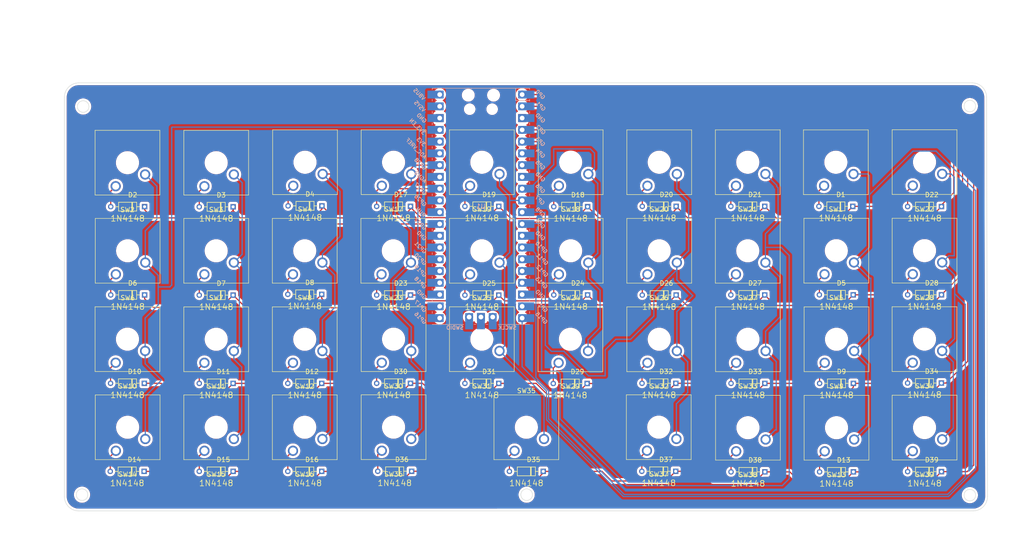
<source format=kicad_pcb>
(kicad_pcb (version 20211014) (generator pcbnew)
  (layers (0 "F.Cu" signal) (31 "B.Cu" signal) (34 "B.Paste" user) (35 "F.Paste" user) (36 "B.SilkS" user "B.Silkscreen") (37 "F.SilkS" user "F.Silkscreen") (38 "B.Mask" user) (39 "F.Mask" user) (44 "Edge.Cuts" user))
  (net 0 "")
  (net 1 "Net-(D1-Pad2)")
  (net 2 "Net-(D2-Pad2)")
  (net 3 "Net-(D3-Pad2)")
  (net 4 "Net-(D4-Pad2)")
  (net 5 "Net-(D5-Pad2)")
  (net 6 "Net-(D6-Pad2)")
  (net 7 "Net-(D7-Pad2)")
  (net 8 "Net-(D8-Pad2)")
  (net 9 "Net-(D9-Pad2)")
  (net 10 "Net-(D10-Pad2)")
  (net 11 "Net-(D11-Pad2)")
  (net 12 "Net-(D12-Pad2)")
  (net 13 "Net-(D13-Pad2)")
  (net 14 "Net-(D14-Pad2)")
  (net 15 "Net-(D15-Pad2)")
  (net 16 "Net-(D16-Pad2)")
  (net 17 "Net-(D17-Pad2)")
  (net 18 "Net-(D18-Pad2)")
  (net 19 "Net-(D19-Pad2)")
  (net 20 "Net-(D20-Pad2)")
  (net 46 "Net-(D21-Pad2)")
  (net 47 "Net-(D22-Pad2)")
  (net 48 "Net-(D23-Pad2)")
  (net 49 "Net-(D24-Pad2)")
  (net 50 "Net-(D25-Pad2)")
  (net 51 "Net-(D26-Pad2)")
  (net 52 "Net-(D27-Pad2)")
  (net 53 "Net-(D28-Pad2)")
  (net 54 "Net-(D29-Pad2)")
  (net 55 "Net-(D30-Pad2)")
  (net 56 "Net-(D31-Pad2)")
  (net 57 "Net-(D32-Pad2)")
  (net 58 "Net-(D33-Pad2)")
  (net 59 "Net-(D34-Pad2)")
  (net 60 "Net-(D35-Pad2)")
  (net 61 "Net-(D36-Pad2)")
  (net 62 "Net-(D37-Pad2)")
  (net 63 "Net-(D38-Pad2)")
  (net 64 "Net-(D39-Pad2)")
  (net 68 "Row0")
  (net 69 "Row1")
  (net 70 "Row2")
  (net 71 "Row4")
  (net 72 "Col5")
  (net 73 "Col6")
  (net 74 "Col7")
  (net 75 "Col8")
  (net 76 "Col9")
  (net 77 "Col4")
  (net 78 "Col3")
  (net 79 "Col2")
  (net 80 "Col1")
  (net 81 "Col0")
  (footprint "switchy:SW_Cherry_MX_1.00u_PCB" (layer "F.Cu") (at 101.475 130.865)
    (fp_text reference "SW15")
    (fp_text value "SW_Push")
  )
  (footprint "eec:Diotec_Semiconductor-1N4148-0" (layer "F.Cu") (at 232.695 107.35)
    (fp_text reference "D5")
    (fp_text value "1N4148")
  )
  (footprint "eec:Diotec_Semiconductor-1N4148-0" (layer "F.Cu") (at 194.395 145.45)
    (fp_text reference "D37")
    (fp_text value "1N4148")
  )
  (footprint "switchy:SW_Cherry_MX_1.00u_PCB" (layer "F.Cu") (at 158.775 111.845)
    (fp_text reference "SW31")
    (fp_text value "SW_Push")
  )
  (footprint "eec:Diotec_Semiconductor-1N4148-0" (layer "F.Cu") (at 98.935 107.42)
    (fp_text reference "D7")
    (fp_text value "1N4148")
  )
  (footprint "switchy:SW_Cherry_MX_1.00u_PCB" (layer "F.Cu") (at 235.275 130.965)
    (fp_text reference "SW13")
    (fp_text value "SW_Push")
  )
  (footprint "eec:Diotec_Semiconductor-1N4148-0" (layer "F.Cu") (at 251.726241 107.34)
    (fp_text reference "D28")
    (fp_text value "1N4148")
  )
  (footprint "switchy:SW_Cherry_MX_1.00u_PCB" (layer "F.Cu") (at 197.035 111.865)
    (fp_text reference "SW32")
    (fp_text value "SW_Push")
  )
  (footprint "eec:Diotec_Semiconductor-1N4148-0" (layer "F.Cu") (at 175.395 88.32)
    (fp_text reference "D18")
    (fp_text value "1N4148")
  )
  (footprint "switchy:SW_Cherry_MX_1.00u_PCB" (layer "F.Cu") (at 254.266241 130.935)
    (fp_text reference "SW39")
    (fp_text value "SW_Push")
  )
  (footprint "switchy:SW_Cherry_MX_1.00u_PCB" (layer "F.Cu") (at 197.035 73.645)
    (fp_text reference "SW20")
    (fp_text value "SW_Push")
  )
  (footprint "eec:Diotec_Semiconductor-1N4148-0" (layer "F.Cu") (at 232.735 145.57)
    (fp_text reference "D13")
    (fp_text value "1N4148")
  )
  (footprint "switchy:SW_Cherry_MX_1.00u_PCB" (layer "F.Cu") (at 139.735 73.645)
    (fp_text reference "SW17")
    (fp_text value "SW_Push")
  )
  (footprint "eec:Diotec_Semiconductor-1N4148-0" (layer "F.Cu") (at 98.935 145.47)
    (fp_text reference "D15")
    (fp_text value "1N4148")
  )
  (footprint "eec:Diotec_Semiconductor-1N4148-0" (layer "F.Cu") (at 165.835 145.47)
    (fp_text reference "D35")
    (fp_text value "1N4148")
  )
  (footprint "eec:Diotec_Semiconductor-1N4148-0" (layer "F.Cu") (at 175.295 126.5)
    (fp_text reference "D29")
    (fp_text value "1N4148")
  )
  (footprint "switchy:SW_Cherry_MX_1.00u_PCB" (layer "F.Cu") (at 235.235 92.745)
    (fp_text reference "SW5")
    (fp_text value "SW_Push")
  )
  (footprint "switchy:SW_Cherry_MX_1.00u_PCB" (layer "F.Cu") (at 177.875 111.865)
    (fp_text reference "SW29")
    (fp_text value "SW_Push")
  )
  (footprint "switchy:SW_Cherry_MX_1.00u_PCB" (layer "F.Cu") (at 101.475 92.765)
    (fp_text reference "SW7")
    (fp_text value "SW_Push")
  )
  (footprint "eec:Diotec_Semiconductor-1N4148-0" (layer "F.Cu") (at 194.435 126.45)
    (fp_text reference "D32")
    (fp_text value "1N4148")
  )
  (footprint "eec:Diotec_Semiconductor-1N4148-0" (layer "F.Cu") (at 156.235 126.47)
    (fp_text reference "D31")
    (fp_text value "1N4148")
  )
  (footprint "switchy:SW_Cherry_MX_1.00u_PCB" (layer "F.Cu") (at 216.135 73.645)
    (fp_text reference "SW21")
    (fp_text value "SW_Push")
  )
  (footprint "switchy:SW_Cherry_MX_1.00u_PCB" (layer "F.Cu") (at 177.935 92.765)
    (fp_text reference "SW24")
    (fp_text value "SW_Push")
  )
  (footprint "eec:Diotec_Semiconductor-1N4148-0" (layer "F.Cu") (at 98.935 88.35)
    (fp_text reference "D3")
    (fp_text value "1N4148")
  )
  (footprint "eec:Diotec_Semiconductor-1N4148-0" (layer "F.Cu") (at 98.935 126.47)
    (fp_text reference "D11")
    (fp_text value "1N4148")
  )
  (footprint "switchy:SW_Cherry_MX_1.00u_PCB" (layer "F.Cu") (at 82.375 130.865)
    (fp_text reference "SW14")
    (fp_text value "SW_Push")
  )
  (footprint "switchy:SW_Cherry_MX_1.00u_PCB" (layer "F.Cu") (at 120.575 130.865)
    (fp_text reference "SW16")
    (fp_text value "SW_Push")
  )
  (footprint "switchy:SW_Cherry_MX_1.00u_PCB" (layer "F.Cu") (at 216.175 130.965)
    (fp_text reference "SW38")
    (fp_text value "SW_Push")
  )
  (footprint "eec:Diotec_Semiconductor-1N4148-0" (layer "F.Cu") (at 213.635 126.47)
    (fp_text reference "D33")
    (fp_text value "1N4148")
  )
  (footprint "switchy:SW_Cherry_MX_2.00u_Plate" (layer "F.Cu") (at 168.375 130.865)
    (fp_text reference "SW35")
    (fp_text value "SW_Push")
  )
  (footprint "switchy:SW_Cherry_MX_1.00u_PCB" (layer "F.Cu") (at 120.635 73.645)
    (fp_text reference "SW4")
    (fp_text value "SW_Push")
  )
  (footprint "switchy:SW_Cherry_MX_1.00u_PCB" (layer "F.Cu") (at 139.735 130.845)
    (fp_text reference "SW36")
    (fp_text value "SW_Push")
  )
  (footprint "switchy:SW_Cherry_MX_1.00u_PCB" (layer "F.Cu") (at 158.775 92.765)
    (fp_text reference "SW25")
    (fp_text value "SW_Push")
  )
  (footprint "switchy:SW_Cherry_MX_1.00u_PCB" (layer "F.Cu") (at 235.135 73.645)
    (fp_text reference "SW1")
    (fp_text value "SW_Push")
  )
  (footprint "eec:Diotec_Semiconductor-1N4148-0" (layer "F.Cu") (at 79.735 145.47)
    (fp_text reference "D14")
    (fp_text value "1N4148")
  )
  (footprint "switchy:SW_Cherry_MX_1.00u_PCB" (layer "F.Cu") (at 120.575 111.865)
    (fp_text reference "SW12")
    (fp_text value "SW_Push")
  )
  (footprint "eec:Diotec_Semiconductor-1N4148-0" (layer "F.Cu") (at 79.835 88.32)
    (fp_text reference "D2")
    (fp_text value "1N4148")
  )
  (footprint "switchy:SW_Cherry_MX_1.00u_PCB" (layer "F.Cu") (at 235.275 111.865)
    (fp_text reference "SW9")
    (fp_text value "SW_Push")
  )
  (footprint "eec:Diotec_Semiconductor-1N4148-0" (layer "F.Cu") (at 156.235 107.42)
    (fp_text reference "D25")
    (fp_text value "1N4148")
  )
  (footprint "switchy:SW_Cherry_MX_1.00u_PCB" (layer "F.Cu") (at 101.475 73.745)
    (fp_text reference "SW3")
    (fp_text value "SW_Push")
  )
  (footprint "eec:Diotec_Semiconductor-1N4148-0" (layer "F.Cu") (at 156.235 88.25)
    (fp_text reference "D19")
    (fp_text value "1N4148")
  )
  (footprint "eec:Diotec_Semiconductor-1N4148-0" (layer "F.Cu") (at 118.035 126.47)
    (fp_text reference "D12")
    (fp_text value "1N4148")
  )
  (footprint "eec:Diotec_Semiconductor-1N4148-0" (layer "F.Cu") (at 137.435 145.445)
    (fp_text reference "D36")
    (fp_text value "1N4148")
  )
  (footprint "eec:Diotec_Semiconductor-1N4148-0" (layer "F.Cu") (at 118.035 145.47)
    (fp_text reference "D16")
    (fp_text value "1N4148")
  )
  (footprint "switchy:SW_Cherry_MX_1.00u_PCB" (layer "F.Cu") (at 196.935 130.845)
    (fp_text reference "SW37")
    (fp_text value "SW_Push")
  )
  (footprint "eec:Diotec_Semiconductor-1N4148-0" (layer "F.Cu") (at 232.595 88.25)
    (fp_text reference "D1")
    (fp_text value "1N4148")
  )
  (footprint "eec:Diotec_Semiconductor-1N4148-0" (layer "F.Cu") (at 137.195 126.45)
    (fp_text reference "D30")
    (fp_text value "1N4148")
  )
  (footprint "switchy:SW_Cherry_MX_1.00u_PCB" (layer "F.Cu") (at 82.335 73.745)
    (fp_text reference "SW2")
    (fp_text value "SW_Push")
  )
  (footprint "eec:Diotec_Semiconductor-1N4148-0" (layer "F.Cu") (at 232.735 126.47)
    (fp_text reference "D9")
    (fp_text value "1N4148")
  )
  (footprint "eec:Diotec_Semiconductor-1N4148-0" (layer "F.Cu") (at 213.595 88.25)
    (fp_text reference "D21")
    (fp_text value "1N4148")
  )
  (footprint "eec:Diotec_Semiconductor-1N4148-0" (layer "F.Cu") (at 194.495 107.4)
    (fp_text reference "D26")
    (fp_text value "1N4148")
  )
  (footprint "eec:Diotec_Semiconductor-1N4148-0" (layer "F.Cu") (at 118.095 88.145)
    (fp_text reference "D4")
    (fp_text value "1N4148")
  )
  (footprint "switchy:SW_Cherry_MX_1.00u_PCB" (layer "F.Cu") (at 254.256241 111.835)
    (fp_text reference "SW34")
    (fp_text value "SW_Push")
  )
  (footprint "eec:Diotec_Semiconductor-1N4148-0" (layer "F.Cu") (at 194.495 88.25)
    (fp_text reference "D20")
    (fp_text value "1N4148")
  )
  (footprint "switchy:SW_Cherry_MX_1.00u_PCB" (layer "F.Cu") (at 120.575 92.765)
    (fp_text reference "SW8")
    (fp_text value "SW_Push")
  )
  (footprint "switchy:SW_Cherry_MX_1.00u_PCB" (layer "F.Cu") (at 254.266241 73.615)
    (fp_text reference "SW22")
    (fp_text value "SW_Push")
  )
  (footprint "eec:Diotec_Semiconductor-1N4148-0" (layer "F.Cu") (at 213.635 145.57)
    (fp_text reference "D38")
    (fp_text value "1N4148")
  )
  (footprint "switchy:SW_Cherry_MX_1.00u_PCB" (layer "F.Cu") (at 82.335 111.845)
    (fp_text reference "SW10")
    (fp_text value "SW_Push")
  )
  (footprint "switchy:SW_Cherry_MX_1.00u_PCB" (layer "F.Cu") (at 139.735 111.845)
    (fp_text reference "SW30")
    (fp_text value "SW_Push")
  )
  (footprint "switchy:SW_Cherry_MX_1.00u_PCB" (layer "F.Cu") (at 216.135 92.765)
    (fp_text reference "SW27")
    (fp_text value "SW_Push")
  )
  (footprint "eec:Diotec_Semiconductor-1N4148-0" (layer "F.Cu") (at 79.835 107.37)
    (fp_text reference "D6")
    (fp_text value "1N4148")
  )
  (footprint "eec:Diotec_Semiconductor-1N4148-0" (layer "F.Cu") (at 213.595 107.37)
    (fp_text reference "D27")
    (fp_text value "1N4148")
  )
  (footprint "switchy:SW_Cherry_MX_1.00u_PCB" (layer "F.Cu") (at 101.475 111.865)
    (fp_text reference "SW11")
    (fp_text value "SW_Push")
  )
  (footprint "eec:Diotec_Semiconductor-1N4148-0" (layer "F.Cu") (at 79.795 126.45)
    (fp_text reference "D10")
    (fp_text value "1N4148")
  )
  (footprint "eec:Diotec_Semiconductor-1N4148-0" (layer "F.Cu") (at 175.395 107.37)
    (fp_text reference "D24")
    (fp_text value "1N4148")
  )
  (footprint "eec:Diotec_Semiconductor-1N4148-0" (layer "F.Cu") (at 251.726241 88.29)
    (fp_text reference "D22")
    (fp_text value "1N4148")
  )
  (footprint "eec:Diotec_Semiconductor-1N4148-0" (layer "F.Cu") (at 251.726241 145.52)
    (fp_text reference "D39")
    (fp_text value "1N4148")
  )
  (footprint "eec:Diotec_Semiconductor-1N4148-0" (layer "F.Cu") (at 251.716241 126.4)
    (fp_text reference "D34")
    (fp_text value "1N4148")
  )
  (footprint "eec:Diotec_Semiconductor-1N4148-0" (layer "F.Cu") (at 137.195 107.4)
    (fp_text reference "D23")
    (fp_text value "1N4148")
  )
  (footprint "switchy:SW_Cherry_MX_1.00u_PCB" (layer "F.Cu") (at 82.375 92.765)
    (fp_text reference "SW6")
    (fp_text value "SW_Push")
  )
  (footprint "switchy:SW_Cherry_MX_1.00u_PCB" (layer "F.Cu") (at 139.675 92.765)
    (fp_text reference "SW23")
    (fp_text value "SW_Push")
  )
  (footprint "switchy:SW_Cherry_MX_1.00u_PCB" (layer "F.Cu") (at 177.935 73.645)
    (fp_text reference "SW18")
    (fp_text value "SW_Push")
  )
  (footprint "switchy:SW_Cherry_MX_1.00u_PCB" (layer "F.Cu") (at 216.175 111.865)
    (fp_text reference "SW33")
    (fp_text value "SW_Push")
  )
  (footprint "switchy:SW_Cherry_MX_1.00u_PCB" (layer "F.Cu") (at 197.035 92.765)
    (fp_text reference "SW26")
    (fp_text value "SW_Push")
  )
  (footprint "eec:Diotec_Semiconductor-1N4148-0" (layer "F.Cu") (at 118.035 107.245)
    (fp_text reference "D8")
    (fp_text value "1N4148")
  )
  (footprint "switchy:SW_Cherry_MX_1.00u_PCB" (layer "F.Cu") (at 254.266241 92.735)
    (fp_text reference "SW28")
    (fp_text value "SW_Push")
  )
  (footprint "switchy:SW_Cherry_MX_1.00u_PCB" (layer "F.Cu") (at 158.775 73.645)
    (fp_text reference "SW19")
    (fp_text value "SW_Push")
  )
  (footprint "eec:Diotec_Semiconductor-1N4148-0" (layer "F.Cu") (at 137.195 88.25)
    (fp_text reference "D17")
    (fp_text value "1N4148")
  )
  (footprint "MCU_RaspberryPi_and_Boards:RPi_Pico_SMD_TH" (layer "B.Cu") (at 156.035 88.245 180)
    (fp_text reference "U1")
    (fp_text value "Pico")
  )
  (gr_arc (start 69.292031 154.007969) (mid 67.1 153.1) (end 66.192031 150.907969) (layer "Edge.Cuts") (width 0.1))
  (gr_line (start 69.292031 154.007969) (end 262.207969 154) (layer "Edge.Cuts") (width 0.1))
  (gr_circle (center 261.5 150.6) (end 262.75 150.6) (layer "Edge.Cuts") (width 0.1) (fill none))
  (gr_line (start 265.307969 150.9) (end 265.107969 64.692031) (layer "Edge.Cuts") (width 0.1))
  (gr_circle (center 70.239665 66.7) (end 71.489665 66.7) (layer "Edge.Cuts") (width 0.1) (fill none))
  (gr_arc (start 265.307969 150.9) (mid 264.4 153.092031) (end 262.207969 154) (layer "Edge.Cuts") (width 0.1))
  (gr_circle (center 261.5 66.6) (end 262.75 66.6) (layer "Edge.Cuts") (width 0.1) (fill none))
  (gr_circle (center 70 150.5) (end 71.25 150.5) (layer "Edge.Cuts") (width 0.1) (fill none))
  (gr_circle (center 165.9 150.5) (end 167.15 150.5) (layer "Edge.Cuts") (width 0.1) (fill none))
  (gr_line (start 66.192031 64.692031) (end 66.192031 150.907969) (layer "Edge.Cuts") (width 0.1))
  (gr_arc (start 262.007969 61.592031) (mid 264.2 62.5) (end 265.107969 64.692031) (layer "Edge.Cuts") (width 0.1))
  (gr_line (start 262.007969 61.592031) (end 69.292031 61.592031) (layer "Edge.Cuts") (width 0.1))
  (gr_arc (start 66.192031 64.692031) (mid 67.1 62.5) (end 69.292031 61.592031) (layer "Edge.Cuts") (width 0.1))
  (segment (start 228.945 88.25) (end 228.945 84.915) (width 0.25) (layer "F.Cu") (net 1))
  (segment (start 228.945 84.915) (end 230.055 83.805) (width 0.25) (layer "F.Cu") (net 1))
  (segment (start 76.185 88.32) (end 76.185 84.975) (width 0.25) (layer "F.Cu") (net 2))
  (segment (start 76.185 84.975) (end 77.255 83.905) (width 0.25) (layer "F.Cu") (net 2))
  (segment (start 95.285 88.35) (end 95.285 85.015) (width 0.25) (layer "F.Cu") (net 3))
  (segment (start 95.285 85.015) (end 96.395 83.905) (width 0.25) (layer "F.Cu") (net 3))
  (segment (start 114.445 88.145) (end 114.445 84.915) (width 0.25) (layer "F.Cu") (net 4))
  (segment (start 114.445 84.915) (end 115.555 83.805) (width 0.25) (layer "F.Cu") (net 4))
  (segment (start 229.045 107.35) (end 229.045 104.015) (width 0.25) (layer "F.Cu") (net 5))
  (segment (start 229.045 104.015) (end 230.155 102.905) (width 0.25) (layer "F.Cu") (net 5))
  (segment (start 76.185 104.035) (end 77.295 102.925) (width 0.25) (layer "F.Cu") (net 6))
  (segment (start 76.185 107.37) (end 76.185 104.035) (width 0.25) (layer "F.Cu") (net 6))
  (segment (start 95.285 104.035) (end 96.395 102.925) (width 0.25) (layer "F.Cu") (net 7))
  (segment (start 95.285 107.42) (end 95.285 104.035) (width 0.25) (layer "F.Cu") (net 7))
  (segment (start 114.385 104.035) (end 115.495 102.925) (width 0.25) (layer "F.Cu") (net 8))
  (segment (start 114.385 107.245) (end 114.385 104.035) (width 0.25) (layer "F.Cu") (net 8))
  (segment (start 229.085 123.135) (end 230.195 122.025) (width 0.25) (layer "F.Cu") (net 9))
  (segment (start 229.085 126.47) (end 229.085 123.135) (width 0.25) (layer "F.Cu") (net 9))
  (segment (start 76.145 126.45) (end 76.145 123.115) (width 0.25) (layer "F.Cu") (net 10))
  (segment (start 76.145 123.115) (end 77.255 122.005) (width 0.25) (layer "F.Cu") (net 10))
  (segment (start 95.285 123.135) (end 96.395 122.025) (width 0.25) (layer "F.Cu") (net 11))
  (segment (start 95.285 126.47) (end 95.285 123.135) (width 0.25) (layer "F.Cu") (net 11))
  (segment (start 114.385 123.135) (end 115.495 122.025) (width 0.25) (layer "F.Cu") (net 12))
  (segment (start 114.385 126.47) (end 114.385 123.135) (width 0.25) (layer "F.Cu") (net 12))
  (segment (start 229.085 142.235) (end 230.195 141.125) (width 0.25) (layer "F.Cu") (net 13))
  (segment (start 229.085 145.57) (end 229.085 142.235) (width 0.25) (layer "F.Cu") (net 13))
  (segment (start 76.085 142.235) (end 77.295 141.025) (width 0.25) (layer "F.Cu") (net 14))
  (segment (start 76.085 145.47) (end 76.085 142.235) (width 0.25) (layer "F.Cu") (net 14))
  (segment (start 95.285 142.135) (end 96.395 141.025) (width 0.25) (layer "F.Cu") (net 15))
  (segment (start 95.285 145.47) (end 95.285 142.135) (width 0.25) (layer "F.Cu") (net 15))
  (segment (start 114.385 142.135) (end 115.495 141.025) (width 0.25) (layer "F.Cu") (net 16))
  (segment (start 114.385 145.47) (end 114.385 142.135) (width 0.25) (layer "F.Cu") (net 16))
  (segment (start 133.545 88.25) (end 133.545 84.915) (width 0.25) (layer "F.Cu") (net 17))
  (segment (start 133.545 84.915) (end 134.655 83.805) (width 0.25) (layer "F.Cu") (net 17))
  (segment (start 171.745 88.32) (end 171.745 84.915) (width 0.25) (layer "F.Cu") (net 18))
  (segment (start 171.745 84.915) (end 172.855 83.805) (width 0.25) (layer "F.Cu") (net 18))
  (segment (start 152.585 84.915) (end 153.695 83.805) (width 0.25) (layer "F.Cu") (net 19))
  (segment (start 152.585 88.25) (end 152.585 84.915) (width 0.25) (layer "F.Cu") (net 19))
  (segment (start 190.845 88.25) (end 190.845 84.915) (width 0.25) (layer "F.Cu") (net 20))
  (segment (start 190.845 84.915) (end 191.955 83.805) (width 0.25) (layer "F.Cu") (net 20))
  (segment (start 209.945 84.915) (end 211.055 83.805) (width 0.25) (layer "F.Cu") (net 46))
  (segment (start 209.945 88.25) (end 209.945 84.915) (width 0.25) (layer "F.Cu") (net 46))
  (segment (start 248.076241 84.885) (end 249.186241 83.775) (width 0.25) (layer "F.Cu") (net 47))
  (segment (start 248.076241 88.29) (end 248.076241 84.885) (width 0.25) (layer "F.Cu") (net 47))
  (segment (start 133.545 107.4) (end 133.545 103.975) (width 0.25) (layer "F.Cu") (net 48))
  (segment (start 133.545 103.975) (end 134.595 102.925) (width 0.25) (layer "F.Cu") (net 48))
  (segment (start 171.745 107.37) (end 171.745 104.035) (width 0.25) (layer "F.Cu") (net 49))
  (segment (start 171.745 104.035) (end 172.855 102.925) (width 0.25) (layer "F.Cu") (net 49))
  (segment (start 152.585 104.035) (end 153.695 102.925) (width 0.25) (layer "F.Cu") (net 50))
  (segment (start 152.585 107.42) (end 152.585 104.035) (width 0.25) (layer "F.Cu") (net 50))
  (segment (start 190.845 104.035) (end 191.955 102.925) (width 0.25) (layer "F.Cu") (net 51))
  (segment (start 190.845 107.4) (end 190.845 104.035) (width 0.25) (layer "F.Cu") (net 51))
  (segment (start 209.945 104.035) (end 211.055 102.925) (width 0.25) (layer "F.Cu") (net 52))
  (segment (start 209.945 107.37) (end 209.945 104.035) (width 0.25) (layer "F.Cu") (net 52))
  (segment (start 248.076241 104.005) (end 249.186241 102.895) (width 0.25) (layer "F.Cu") (net 53))
  (segment (start 248.076241 107.34) (end 248.076241 104.005) (width 0.25) (layer "F.Cu") (net 53))
  (segment (start 171.645 126.5) (end 171.645 123.175) (width 0.25) (layer "F.Cu") (net 54))
  (segment (start 171.645 123.175) (end 172.795 122.025) (width 0.25) (layer "F.Cu") (net 54))
  (segment (start 133.545 126.45) (end 133.545 123.115) (width 0.25) (layer "F.Cu") (net 55))
  (segment (start 133.545 123.115) (end 134.655 122.005) (width 0.25) (layer "F.Cu") (net 55))
  (segment (start 152.585 123.115) (end 153.695 122.005) (width 0.25) (layer "F.Cu") (net 56))
  (segment (start 152.585 126.47) (end 152.585 123.115) (width 0.25) (layer "F.Cu") (net 56))
  (segment (start 190.785 126.45) (end 190.785 123.195) (width 0.25) (layer "F.Cu") (net 57))
  (segment (start 190.785 123.195) (end 191.955 122.025) (width 0.25) (layer "F.Cu") (net 57))
  (segment (start 209.985 123.135) (end 211.095 122.025) (width 0.25) (layer "F.Cu") (net 58))
  (segment (start 209.985 126.47) (end 209.985 123.135) (width 0.25) (layer "F.Cu") (net 58))
  (segment (start 248.066241 126.4) (end 248.066241 123.105) (width 0.25) (layer "F.Cu") (net 59))
  (segment (start 248.066241 123.105) (end 249.176241 121.995) (width 0.25) (layer "F.Cu") (net 59))
  (segment (start 162.185 142.135) (end 163.295 141.025) (width 0.25) (layer "F.Cu") (net 60))
  (segment (start 162.185 145.47) (end 162.185 142.135) (width 0.25) (layer "F.Cu") (net 60))
  (segment (start 133.785 145.445) (end 133.785 141.875) (width 0.25) (layer "F.Cu") (net 61))
  (segment (start 133.785 141.875) (end 134.655 141.005) (width 0.25) (layer "F.Cu") (net 61))
  (segment (start 190.745 142.115) (end 191.855 141.005) (width 0.25) (layer "F.Cu") (net 62))
  (segment (start 190.745 145.45) (end 190.745 142.115) (width 0.25) (layer "F.Cu") (net 62))
  (segment (start 209.985 142.235) (end 211.095 141.125) (width 0.25) (layer "F.Cu") (net 63))
  (segment (start 209.985 145.57) (end 209.985 142.235) (width 0.25) (layer "F.Cu") (net 63))
  (segment (start 248.076241 145.52) (end 248.076241 142.205) (width 0.25) (layer "F.Cu") (net 64))
  (segment (start 248.076241 142.205) (end 249.186241 141.095) (width 0.25) (layer "F.Cu") (net 64))
  (segment (start 241.401241 88.25) (end 241.431241 88.22) (width 0.25) (layer "F.Cu") (net 68))
  (segment (start 241.431241 88.22) (end 244.026241 90.815) (width 0.25) (layer "F.Cu") (net 68))
  (segment (start 140.845 88.455) (end 143.08 90.69) (width 0.25) (layer "F.Cu") (net 68))
  (segment (start 251.305 74.915) (end 257.826241 74.915) (width 0.25) (layer "F.Cu") (net 68))
  (segment (start 252.851241 90.815) (end 255.376241 88.29) (width 0.25) (layer "F.Cu") (net 68))
  (segment (start 102.585 89.095) (end 102.585 88.35) (width 0.25) (layer "F.Cu") (net 68))
  (segment (start 255.376241 87.949745) (end 255.376241 88.29) (width 0.25) (layer "F.Cu") (net 68))
  (segment (start 83.485 88.32) (end 83.485 88.995) (width 0.25) (layer "F.Cu") (net 68))
  (segment (start 138.935 90.745) (end 140.845 88.835) (width 0.25) (layer "F.Cu") (net 68))
  (segment (start 257.826241 74.915) (end 258.026241 75.115) (width 0.25) (layer "F.Cu") (net 68))
  (segment (start 102.585 89.195) (end 104.135 90.745) (width 0.25) (layer "F.Cu") (net 68))
  (segment (start 258.026241 75.115) (end 258.026241 85.299745) (width 0.25) (layer "F.Cu") (net 68))
  (segment (start 143.08 90.69) (end 157.445 90.69) (width 0.25) (layer "F.Cu") (net 68))
  (segment (start 159.885 88.25) (end 162.515 90.88) (width 0.25) (layer "F.Cu") (net 68))
  (segment (start 258.026241 85.299745) (end 255.376241 87.949745) (width 0.25) (layer "F.Cu") (net 68))
  (segment (start 231.573759 74.245) (end 231.543759 74.275) (width 0.25) (layer "F.Cu") (net 68))
  (segment (start 83.485 88.995) (end 85.235 90.745) (width 0.25) (layer "F.Cu") (net 68))
  (segment (start 214.75 90.745) (end 217.245 88.25) (width 0.25) (layer "F.Cu") (net 68))
  (segment (start 121.745 88.835) (end 121.745 88.145) (width 0.25) (layer "F.Cu") (net 68))
  (segment (start 219.735 90.845) (end 233.76 90.845) (width 0.25) (layer "F.Cu") (net 68))
  (segment (start 100.935 90.745) (end 102.585 89.095) (width 0.25) (layer "F.Cu") (net 68))
  (segment (start 124.345 90.745) (end 138.935 90.745) (width 0.25) (layer "F.Cu") (net 68))
  (segment (start 157.445 90.69) (end 159.885 88.25) (width 0.25) (layer "F.Cu") (net 68))
  (segment (start 176.485 90.88) (end 179.045 88.32) (width 0.25) (layer "F.Cu") (net 68))
  (segment (start 233.76 90.735) (end 236.245 88.25) (width 0.25) (layer "F.Cu") (net 68))
  (segment (start 85.235 90.745) (end 100.935 90.745) (width 0.25) (layer "F.Cu") (net 68))
  (segment (start 250.635 74.245) (end 251.305 74.915) (width 0.25) (layer "F.Cu") (net 68))
  (segment (start 217.245 88.25) (end 219.735 90.74) (width 0.25) (layer "F.Cu") (net 68))
  (segment (start 233.76 90.845) (end 233.76 90.735) (width 0.25) (layer "F.Cu") (net 68))
  (segment (start 196.235 90.745) (end 198.145 88.835) (width 0.25) (layer "F.Cu") (net 68))
  (segment (start 244.026241 90.815) (end 252.851241 90.815) (width 0.25) (layer "F.Cu") (net 68))
  (segment (start 181.47 90.745) (end 196.235 90.745) (width 0.25) (layer "F.Cu") (net 68))
  (segment (start 200.635 90.74) (end 200.635 90.745) (width 0.25) (layer "F.Cu") (net 68))
  (segment (start 198.145 88.835) (end 198.145 88.25) (width 0.25) (layer "F.Cu") (net 68))
  (segment (start 200.635 90.745) (end 214.75 90.745) (width 0.25) (layer "F.Cu") (net 68))
  (segment (start 236.245 88.25) (end 241.401241 88.25) (width 0.25) (layer "F.Cu") (net 68))
  (segment (start 140.845 88.835) (end 140.845 88.25) (width 0.25) (layer "F.Cu") (net 68))
  (segment (start 198.145 88.25) (end 200.635 90.74) (width 0.25) (layer "F.Cu") (net 68))
  (segment (start 219.735 90.74) (end 219.735 90.845) (width 0.25) (layer "F.Cu") (net 68))
  (segment (start 164.925 74.275) (end 231.543759 74.275) (width 0.25) (layer "F.Cu") (net 68))
  (segment (start 140.845 88.25) (end 140.845 88.455) (width 0.25) (layer "F.Cu") (net 68))
  (segment (start 162.515 90.88) (end 176.485 90.88) (width 0.25) (layer "F.Cu") (net 68))
  (segment (start 102.585 88.35) (end 102.585 89.195) (width 0.25) (layer "F.Cu") (net 68))
  (segment (start 119.835 90.745) (end 121.745 88.835) (width 0.25) (layer "F.Cu") (net 68))
  (segment (start 179.045 88.32) (end 181.47 90.745) (width 0.25) (layer "F.Cu") (net 68))
  (segment (start 250.635 74.245) (end 231.573759 74.245) (width 0.25) (layer "F.Cu") (net 68))
  (segment (start 104.135 90.745) (end 119.835 90.745) (width 0.25) (layer "F.Cu") (net 68))
  (segment (start 121.745 88.145) (end 124.345 90.745) (width 0.25) (layer "F.Cu") (net 68))
  (segment (start 159.885 107.42) (end 161.125 108.66) (width 0.25) (layer "F.Cu") (net 69))
  (segment (start 164.925 71.735) (end 257.846241 71.735) (width 0.25) (layer "F.Cu") (net 69))
  (segment (start 236.345 107.35) (end 244.601241 107.35) (width 0.25) (layer "F.Cu") (net 69))
  (segment (start 219.535 109.645) (end 234.05 109.645) (width 0.25) (layer "F.Cu") (net 69))
  (segment (start 158.66 108.645) (end 159.885 107.42) (width 0.25) (layer "F.Cu") (net 69))
  (segment (start 253.001241 109.715) (end 255.376241 107.34) (width 0.25) (layer "F.Cu") (net 69))
  (segment (start 244.631241 107.32) (end 247.026241 109.715) (width 0.25) (layer "F.Cu") (net 69))
  (segment (start 259.926241 102.79) (end 255.376241 107.34) (width 0.25) (layer "F.Cu") (net 69))
  (segment (start 234.05 109.645) (end 236.345 107.35) (width 0.25) (layer "F.Cu") (net 69))
  (segment (start 177.755 108.66) (end 179.045 107.37) (width 0.25) (layer "F.Cu") (net 69))
  (segment (start 218.16 108.27) (end 219.535 109.645) (width 0.25) (layer "F.Cu") (net 69))
  (segment (start 257.846241 71.735) (end 259.926241 73.815) (width 0.25) (layer "F.Cu") (net 69))
  (segment (start 198.145 107.4) (end 199.015 108.27) (width 0.25) (layer "F.Cu") (net 69))
  (segment (start 244.601241 107.35) (end 244.631241 107.32) (width 0.25) (layer "F.Cu") (net 69))
  (segment (start 247.026241 109.715) (end 253.001241 109.715) (width 0.25) (layer "F.Cu") (net 69))
  (segment (start 121.685 108.095) (end 123.735 110.145) (width 0.25) (layer "F.Cu") (net 69))
  (segment (start 161.125 108.66) (end 177.755 108.66) (width 0.25) (layer "F.Cu") (net 69))
  (segment (start 217.245 107.37) (end 218.145 108.27) (width 0.25) (layer "F.Cu") (net 69))
  (segment (start 181.235 109.545) (end 196 109.545) (width 0.25) (layer "F.Cu") (net 69))
  (segment (start 142.39 107.4) (end 143.635 108.645) (width 0.25) (layer "F.Cu") (net 69))
  (segment (start 99.96 110.045) (end 102.585 107.42) (width 0.25) (layer "F.Cu") (net 69))
  (segment (start 138.1 110.145) (end 140.845 107.4) (width 0.25) (layer "F.Cu") (net 69))
  (segment (start 200.335 109.545) (end 215.07 109.545) (width 0.25) (layer "F.Cu") (net 69))
  (segment (start 83.485 107.37) (end 83.485 108.195) (width 0.25) (layer "F.Cu") (net 69))
  (segment (start 140.845 107.4) (end 142.39 107.4) (width 0.25) (layer "F.Cu") (net 69))
  (segment (start 119.185 109.745) (end 121.685 107.245) (width 0.25) (layer "F.Cu") (net 69))
  (segment (start 102.585 107.42) (end 102.61 107.42) (width 0.25) (layer "F.Cu") (net 69))
  (segment (start 215.07 109.545) (end 217.245 107.37) (width 0.25) (layer "F.Cu") (net 69))
  (segment (start 85.335 110.045) (end 99.96 110.045) (width 0.25) (layer "F.Cu") (net 69))
  (segment (start 102.61 107.42) (end 104.935 109.745) (width 0.25) (layer "F.Cu") (net 69))
  (segment (start 179.06 107.37) (end 181.235 109.545) (width 0.25) (layer "F.Cu") (net 69))
  (segment (start 104.935 109.745) (end 119.185 109.745) (width 0.25) (layer "F.Cu") (net 69))
  (segment (start 218.145 108.27) (end 218.16 108.27) (width 0.25) (layer "F.Cu") (net 69))
  (segment (start 196 109.545) (end 198.145 107.4) (width 0.25) (layer "F.Cu") (net 69))
  (segment (start 121.685 107.245) (end 121.685 108.095) (width 0.25) (layer "F.Cu") (net 69))
  (segment (start 259.926241 73.815) (end 259.926241 102.79) (width 0.25) (layer "F.Cu") (net 69))
  (segment (start 199.06 108.27) (end 200.335 109.545) (width 0.25) (layer "F.Cu") (net 69))
  (segment (start 143.635 108.645) (end 158.66 108.645) (width 0.25) (layer "F.Cu") (net 69))
  (segment (start 179.045 107.37) (end 179.06 107.37) (width 0.25) (layer "F.Cu") (net 69))
  (segment (start 199.015 108.27) (end 199.06 108.27) (width 0.25) (layer "F.Cu") (net 69))
  (segment (start 123.735 110.145) (end 138.1 110.145) (width 0.25) (layer "F.Cu") (net 69))
  (segment (start 83.485 108.195) (end 85.335 110.045) (width 0.25) (layer "F.Cu") (net 69))
  (segment (start 145.935 128.945) (end 157.41 128.945) (width 0.25) (layer "F.Cu") (net 70))
  (segment (start 236.385 126.47) (end 236.385 127.27) (width 0.25) (layer "F.Cu") (net 70))
  (segment (start 235.475 66.625) (end 235.445 66.655) (width 0.25) (layer "F.Cu") (net 70))
  (segment (start 236.385 126.47) (end 241.681242 126.47) (width 0.25) (layer "F.Cu") (net 70))
  (segment (start 140.845 126.45) (end 143.44 126.45) (width 0.25) (layer "F.Cu") (net 70))
  (segment (start 236.385 127.27) (end 234.41 129.245) (width 0.25) (layer "F.Cu") (net 70))
  (segment (start 214.41 129.345) (end 217.285 126.47) (width 0.25) (layer "F.Cu") (net 70))
  (segment (start 102.585 126.47) (end 107.01 126.47) (width 0.25) (layer "F.Cu") (net 70))
  (segment (start 143.44 126.45) (end 145.935 128.945) (width 0.25) (layer "F.Cu") (net 70))
  (segment (start 159.885 126.47) (end 167.96 126.47) (width 0.25) (layer "F.Cu") (net 70))
  (segment (start 224.66 126.47) (end 227.435 129.245) (width 0.25) (layer "F.Cu") (net 70))
  (segment (start 100.21 128.845) (end 102.585 126.47) (width 0.25) (layer "F.Cu") (net 70))
  (segment (start 121.685 126.47) (end 127.06 126.47) (width 0.25) (layer "F.Cu") (net 70))
  (segment (start 261.026241 121.715) (end 261.026241 73.115) (width 0.25) (layer "F.Cu") (net 70))
  (segment (start 241.681242 126.47) (end 241.845621 126.634379) (width 0.25) (layer "F.Cu") (net 70))
  (segment (start 241.845621 126.634379) (end 244.526241 129.315) (width 0.25) (layer "F.Cu") (net 70))
  (segment (start 107.035 126.445) (end 109.335 126.445) (width 0.25) (layer "F.Cu") (net 70))
  (segment (start 241.651241 126.44) (end 241.845621 126.634379) (width 0.25) (layer "F.Cu") (net 70))
  (segment (start 138.25 129.045) (end 140.845 126.45) (width 0.25) (layer "F.Cu") (net 70))
  (segment (start 255.366241 126.4) (end 256.341241 126.4) (width 0.25) (layer "F.Cu") (net 70))
  (segment (start 109.335 126.445) (end 111.735 128.845) (width 0.25) (layer "F.Cu") (net 70))
  (segment (start 195.49 129.045) (end 198.085 126.45) (width 0.25) (layer "F.Cu") (net 70))
  (segment (start 217.285 126.47) (end 224.66 126.47) (width 0.25) (layer "F.Cu") (net 70))
  (segment (start 87.04 126.45) (end 89.435 128.845) (width 0.25) (layer "F.Cu") (net 70))
  (segment (start 89.435 128.845) (end 100.21 128.845) (width 0.25) (layer "F.Cu") (net 70))
  (segment (start 178.945 126.5) (end 184.99 126.5) (width 0.25) (layer "F.Cu") (net 70))
  (segment (start 205.135 129.345) (end 214.41 129.345) (width 0.25) (layer "F.Cu") (net 70))
  (segment (start 235.445 66.655) (end 164.925 66.655) (width 0.25) (layer "F.Cu") (net 70))
  (segment (start 261.026241 73.115) (end 254.536241 66.625) (width 0.25) (layer "F.Cu") (net 70))
  (segment (start 129.635 129.045) (end 138.25 129.045) (width 0.25) (layer "F.Cu") (net 70))
  (segment (start 111.735 128.845) (end 119.31 128.845) (width 0.25) (layer "F.Cu") (net 70))
  (segment (start 187.535 129.045) (end 195.49 129.045) (width 0.25) (layer "F.Cu") (net 70))
  (segment (start 119.31 128.845) (end 121.685 126.47) (width 0.25) (layer "F.Cu") (net 70))
  (segment (start 244.526241 129.315) (end 252.451241 129.315) (width 0.25) (layer "F.Cu") (net 70))
  (segment (start 167.96 126.47) (end 170.335 128.845) (width 0.25) (layer "F.Cu") (net 70))
  (segment (start 184.99 126.5) (end 187.535 129.045) (width 0.25) (layer "F.Cu") (net 70))
  (segment (start 252.451241 129.315) (end 255.366241 126.4) (width 0.25) (layer "F.Cu") (net 70))
  (segment (start 176.6 128.845) (end 178.945 126.5) (width 0.25) (layer "F.Cu") (net 70))
  (segment (start 107.01 126.47) (end 107.035 126.445) (width 0.25) (layer "F.Cu") (net 70))
  (segment (start 227.435 129.245) (end 234.41 129.245) (width 0.25) (layer "F.Cu") (net 70))
  (segment (start 254.536241 66.625) (end 235.475 66.625) (width 0.25) (layer "F.Cu") (net 70))
  (segment (start 127.06 126.47) (end 129.635 129.045) (width 0.25) (layer "F.Cu") (net 70))
  (segment (start 256.341241 126.4) (end 261.026241 121.715) (width 0.25) (layer "F.Cu") (net 70))
  (segment (start 83.445 126.45) (end 87.04 126.45) (width 0.25) (layer "F.Cu") (net 70))
  (segment (start 170.335 128.845) (end 176.6 128.845) (width 0.25) (layer "F.Cu") (net 70))
  (segment (start 157.41 128.945) (end 159.885 126.47) (width 0.25) (layer "F.Cu") (net 70))
  (segment (start 202.24 126.45) (end 205.135 129.345) (width 0.25) (layer "F.Cu") (net 70))
  (segment (start 198.085 126.45) (end 202.24 126.45) (width 0.25) (layer "F.Cu") (net 70))
  (segment (start 83.385 145.47) (end 86.26 145.47) (width 0.25) (layer "F.Cu") (net 71))
  (segment (start 245.826241 147.515) (end 253.381241 147.515) (width 0.25) (layer "F.Cu") (net 71))
  (segment (start 254.12624 64.115) (end 254.19562 64.18438) (width 0.25) (layer "F.Cu") (net 71))
  (segment (start 243.881241 145.57) (end 245.826241 147.515) (width 0.25) (layer "F.Cu") (net 71))
  (segment (start 217.285 145.57) (end 222.66 145.57) (width 0.25) (layer "F.Cu") (net 71))
  (segment (start 182.16 145.47) (end 184.235 147.545) (width 0.25) (layer "F.Cu") (net 71))
  (segment (start 141.085 145.445) (end 157.635 145.445) (width 0.25) (layer "F.Cu") (net 71))
  (segment (start 262.326241 72.315) (end 254.19562 64.18438) (width 0.25) (layer "F.Cu") (net 71))
  (segment (start 184.235 147.545) (end 195.95 147.545) (width 0.25) (layer "F.Cu") (net 71))
  (segment (start 215.31 147.545) (end 217.285 145.57) (width 0.25) (layer "F.Cu") (net 71))
  (segment (start 157.635 145.445) (end 159.735 147.545) (width 0.25) (layer "F.Cu") (net 71))
  (segment (start 206.135 147.545) (end 215.31 147.545) (width 0.25) (layer "F.Cu") (net 71))
  (segment (start 119.61 147.545) (end 121.685 145.47) (width 0.25) (layer "F.Cu") (net 71))
  (segment (start 169.485 145.795) (end 169.485 145.47) (width 0.25) (layer "F.Cu") (net 71))
  (segment (start 260.921241 145.52) (end 262.326241 144.115) (width 0.25) (layer "F.Cu") (net 71))
  (segment (start 236.385 145.57) (end 243.881241 145.57) (width 0.25) (layer "F.Cu") (net 71))
  (segment (start 255.376241 145.52) (end 260.921241 145.52) (width 0.25) (layer "F.Cu") (net 71))
  (segment (start 169.485 145.47) (end 182.16 145.47) (width 0.25) (layer "F.Cu") (net 71))
  (segment (start 195.95 147.545) (end 198.045 145.45) (width 0.25) (layer "F.Cu") (net 71))
  (segment (start 167.735 147.545) (end 169.485 145.795) (width 0.25) (layer "F.Cu") (net 71))
  (segment (start 204.04 145.45) (end 206.135 147.545) (width 0.25) (layer "F.Cu") (net 71))
  (segment (start 100.61 147.445) (end 102.585 145.47) (width 0.25) (layer "F.Cu") (net 71))
  (segment (start 110.235 147.545) (end 119.61 147.545) (width 0.25) (layer "F.Cu") (net 71))
  (segment (start 102.585 145.47) (end 108.16 145.47) (width 0.25) (layer "F.Cu") (net 71))
  (segment (start 121.685 145.47) (end 129.06 145.47) (width 0.25) (layer "F.Cu") (net 71))
  (segment (start 108.16 145.47) (end 110.235 147.545) (width 0.25) (layer "F.Cu") (net 71))
  (segment (start 159.735 147.545) (end 167.735 147.545) (width 0.25) (layer "F.Cu") (net 71))
  (segment (start 198.045 145.45) (end 204.04 145.45) (width 0.25) (layer "F.Cu") (net 71))
  (segment (start 131.335 147.745) (end 138.785 147.745) (width 0.25) (layer "F.Cu") (net 71))
  (segment (start 233.51 148.445) (end 236.385 145.57) (width 0.25) (layer "F.Cu") (net 71))
  (segment (start 253.381241 147.515) (end 255.376241 145.52) (width 0.25) (layer "F.Cu") (net 71))
  (segment (start 225.535 148.445) (end 233.51 148.445) (width 0.25) (layer "F.Cu") (net 71))
  (segment (start 222.66 145.57) (end 225.535 148.445) (width 0.25) (layer "F.Cu") (net 71))
  (segment (start 88.235 147.445) (end 100.61 147.445) (width 0.25) (layer "F.Cu") (net 71))
  (segment (start 138.785 147.745) (end 141.085 145.445) (width 0.25) (layer "F.Cu") (net 71))
  (segment (start 254.19562 64.18438) (end 254.096241 64.085) (width 0.25) (layer "F.Cu") (net 71))
  (segment (start 164.925 64.115) (end 254.12624 64.115) (width 0.25) (layer "F.Cu") (net 71))
  (segment (start 86.26 145.47) (end 88.235 147.445) (width 0.25) (layer "F.Cu") (net 71))
  (segment (start 129.06 145.47) (end 131.335 147.745) (width 0.25) (layer "F.Cu") (net 71))
  (segment (start 262.326241 144.115) (end 262.326241 72.315) (width 0.25) (layer "F.Cu") (net 71))
  (segment (start 161.144999 101.484999) (end 160.045 100.385) (width 0.25) (layer "B.Cu") (net 72))
  (segment (start 162.235 86.035) (end 160.045 83.845) (width 0.25) (layer "B.Cu") (net 72))
  (segment (start 164.925 86.975) (end 162.275 86.975) (width 0.25) (layer "B.Cu") (net 72))
  (segment (start 160.045 83.845) (end 160.045 81.265) (width 0.25) (layer "B.Cu") (net 72))
  (segment (start 160.045 119.465) (end 161.144999 118.365001) (width 0.25) (layer "B.Cu") (net 72))
  (segment (start 162.275 86.975) (end 162.235 86.935) (width 0.25) (layer "B.Cu") (net 72))
  (segment (start 162.235 98.195) (end 162.235 86.935) (width 0.25) (layer "B.Cu") (net 72))
  (segment (start 162.235 86.935) (end 162.235 86.035) (width 0.25) (layer "B.Cu") (net 72))
  (segment (start 169.645 129.065) (end 160.045 119.465) (width 0.25) (layer "B.Cu") (net 72))
  (segment (start 160.045 100.385) (end 162.235 98.195) (width 0.25) (layer "B.Cu") (net 72))
  (segment (start 169.645 138.485) (end 169.645 129.065) (width 0.25) (layer "B.Cu") (net 72))
  (segment (start 161.144999 118.365001) (end 161.144999 101.484999) (width 0.25) (layer "B.Cu") (net 72))
  (segment (start 179.145 117.035) (end 179.145 119.485) (width 0.25) (layer "B.Cu") (net 73))
  (segment (start 181.735 114.445) (end 179.145 117.035) (width 0.25) (layer "B.Cu") (net 73))
  (segment (start 181.735 106.345) (end 181.735 114.445) (width 0.25) (layer "B.Cu") (net 73))
  (segment (start 180.535 79.935) (end 179.205 81.265) (width 0.25) (layer "B.Cu") (net 73))
  (segment (start 181.235 98.355) (end 179.205 100.385) (width 0.25) (layer "B.Cu") (net 73))
  (segment (start 179.205 103.815) (end 181.735 106.345) (width 0.25) (layer "B.Cu") (net 73))
  (segment (start 164.925 84.435) (end 166.535 84.435) (width 0.25) (layer "B.Cu") (net 73))
  (segment (start 181.235 83.295) (end 181.235 98.355) (width 0.25) (layer "B.Cu") (net 73))
  (segment (start 179.635 75.845) (end 180.535 76.745) (width 0.25) (layer "B.Cu") (net 73))
  (segment (start 171.735 79.235) (end 171.735 75.845) (width 0.25) (layer "B.Cu") (net 73))
  (segment (start 179.205 81.265) (end 181.235 83.295) (width 0.25) (layer "B.Cu") (net 73))
  (segment (start 180.535 76.745) (end 180.535 79.935) (width 0.25) (layer "B.Cu") (net 73))
  (segment (start 171.735 75.845) (end 179.635 75.845) (width 0.25) (layer "B.Cu") (net 73))
  (segment (start 166.535 84.435) (end 171.735 79.235) (width 0.25) (layer "B.Cu") (net 73))
  (segment (start 179.205 100.385) (end 179.205 103.815) (width 0.25) (layer "B.Cu") (net 73))
  (segment (start 182.835 119.245) (end 182.835 124.845) (width 0.25) (layer "B.Cu") (net 74))
  (segment (start 198.305 119.485) (end 200.635 121.815) (width 0.25) (layer "B.Cu") (net 74))
  (segment (start 179.235 124.845) (end 173.935 119.545) (width 0.25) (layer "B.Cu") (net 74))
  (segment (start 185.135 116.945) (end 182.835 119.245) (width 0.25) (layer "B.Cu") (net 74))
  (segment (start 169.905 89.515) (end 164.925 89.515) (width 0.25) (layer "B.Cu") (net 74))
  (segment (start 169.935 89.545) (end 169.905 89.515) (width 0.25) (layer "B.Cu") (net 74))
  (segment (start 198.205 130.875) (end 198.205 138.465) (width 0.25) (layer "B.Cu") (net 74))
  (segment (start 173.935 119.545) (end 171.235 119.545) (width 0.25) (layer "B.Cu") (net 74))
  (segment (start 198.305 100.385) (end 198.305 101.940634) (width 0.25) (layer "B.Cu") (net 74))
  (segment (start 198.305 84.515) (end 200.835 87.045) (width 0.25) (layer "B.Cu") (net 74))
  (segment (start 169.935 118.245) (end 169.935 89.545) (width 0.25) (layer "B.Cu") (net 74))
  (segment (start 200.635 128.445) (end 198.205 130.875) (width 0.25) (layer "B.Cu") (net 74))
  (segment (start 200.635 121.815) (end 200.635 128.445) (width 0.25) (layer "B.Cu") (net 74))
  (segment (start 188.335 116.945) (end 185.135 116.945) (width 0.25) (layer "B.Cu") (net 74))
  (segment (start 198.305 81.265) (end 198.305 84.515) (width 0.25) (layer "B.Cu") (net 74))
  (segment (start 198.305 104.115) (end 201.735 107.545) (width 0.25) (layer "B.Cu") (net 74))
  (segment (start 171.235 119.545) (end 169.935 118.245) (width 0.25) (layer "B.Cu") (net 74))
  (segment (start 198.305 100.385) (end 198.305 104.115) (width 0.25) (layer "B.Cu") (net 74))
  (segment (start 193.335 106.910634) (end 193.335 111.945) (width 0.25) (layer "B.Cu") (net 74))
  (segment (start 193.335 111.945) (end 188.335 116.945) (width 0.25) (layer "B.Cu") (net 74))
  (segment (start 201.735 107.545) (end 198.305 110.975) (width 0.25) (layer "B.Cu") (net 74))
  (segment (start 182.835 124.845) (end 179.235 124.845) (width 0.25) (layer "B.Cu") (net 74))
  (segment (start 198.305 110.975) (end 198.305 119.485) (width 0.25) (layer "B.Cu") (net 74))
  (segment (start 198.305 101.940634) (end 193.335 106.910634) (width 0.25) (layer "B.Cu") (net 74))
  (segment (start 200.835 87.045) (end 200.835 97.855) (width 0.25) (layer "B.Cu") (net 74))
  (segment (start 200.835 97.855) (end 198.305 100.385) (width 0.25) (layer "B.Cu") (net 74))
  (segment (start 221.035 148.545) (end 187.535 148.545) (width 0.25) (layer "B.Cu") (net 75))
  (segment (start 217.445 138.585) (end 219.485 136.545) (width 0.25) (layer "B.Cu") (net 75))
  (segment (start 169.135 92.045) (end 169.235 91.945) (width 0.25) (layer "B.Cu") (net 75))
  (segment (start 222.535 98.845) (end 222.535 147.045) (width 0.25) (layer "B.Cu") (net 75))
  (segment (start 217.405 97.115) (end 220.805 97.115) (width 0.25) (layer "B.Cu") (net 75))
  (segment (start 169.135 123.845) (end 169.135 92.045) (width 0.25) (layer "B.Cu") (net 75))
  (segment (start 217.405 100.385) (end 217.405 97.115) (width 0.25) (layer "B.Cu") (net 75))
  (segment (start 219.835 83.945) (end 219.835 83.695) (width 0.25) (layer "B.Cu") (net 75))
  (segment (start 220.135 91.445) (end 220.135 84.245) (width 0.25) (layer "B.Cu") (net 75))
  (segment (start 219.735 121.775) (end 217.445 119.485) (width 0.25) (layer "B.Cu") (net 75))
  (segment (start 220.805 97.115) (end 222.535 98.845) (width 0.25) (layer "B.Cu") (net 75))
  (segment (start 173.135 134.145) (end 173.135 124.445) (width 0.25) (layer "B.Cu") (net 75))
  (segment (start 169.235 91.945) (end 165.035 91.945) (width 0.25) (layer "B.Cu") (net 75))
  (segment (start 222.535 147.045) (end 221.035 148.545) (width 0.25) (layer "B.Cu") (net 75))
  (segment (start 219.735 136.545) (end 219.735 121.775) (width 0.25) (layer "B.Cu") (net 75))
  (segment (start 220.135 84.245) (end 219.835 83.945) (width 0.25) (layer "B.Cu") (net 75))
  (segment (start 219.835 83.695) (end 217.405 81.265) (width 0.25) (layer "B.Cu") (net 75))
  (segment (start 217.445 119.485) (end 217.445 115.235) (width 0.25) (layer "B.Cu") (net 75))
  (segment (start 173.135 124.445) (end 172.535 123.845) (width 0.25) (layer "B.Cu") (net 75))
  (segment (start 172.535 123.845) (end 169.135 123.845) (width 0.25) (layer "B.Cu") (net 75))
  (segment (start 187.535 148.545) (end 173.135 134.145) (width 0.25) (layer "B.Cu") (net 75))
  (segment (start 220.535 103.515) (end 217.405 100.385) (width 0.25) (layer "B.Cu") (net 75))
  (segment (start 220.535 112.145) (end 220.535 103.515) (width 0.25) (layer "B.Cu") (net 75))
  (segment (start 165.035 91.945) (end 164.925 92.055) (width 0.25) (layer "B.Cu") (net 75))
  (segment (start 217.405 97.115) (end 217.405 94.175) (width 0.25) (layer "B.Cu") (net 75))
  (segment (start 217.445 115.235) (end 220.535 112.145) (width 0.25) (layer "B.Cu") (net 75))
  (segment (start 217.405 94.175) (end 220.135 91.445) (width 0.25) (layer "B.Cu") (net 75))
  (segment (start 219.485 136.545) (end 219.735 136.545) (width 0.25) (layer "B.Cu") (net 75))
  (segment (start 164.925 97.135) (end 166.535 97.135) (width 0.25) (layer "B.Cu") (net 76))
  (segment (start 237.635 150.445) (end 237.665 150.415) (width 0.25) (layer "B.Cu") (net 76))
  (segment (start 258.226241 107.115) (end 260.526241 109.415) (width 0.25) (layer "B.Cu") (net 76))
  (segment (start 258.126241 81.915) (end 258.126241 98.915) (width 0.25) (layer "B.Cu") (net 76))
  (segment (start 260.526241 109.415) (end 260.526241 146.615) (width 0.25) (layer "B.Cu") (net 76))
  (segment (start 260.526241 146.615) (end 256.726241 150.415) (width 0.25) (layer "B.Cu") (net 76))
  (segment (start 170.635 127.945) (end 170.635 134.145) (width 0.25) (layer "B.Cu") (net 76))
  (segment (start 255.526241 119.455) (end 257.926241 121.855) (width 0.25) (layer "B.Cu") (net 76))
  (segment (start 257.926241 121.855) (end 257.926241 136.165) (width 0.25) (layer "B.Cu") (net 76))
  (segment (start 256.976241 98.915) (end 255.536241 100.355) (width 0.25) (layer "B.Cu") (net 76))
  (segment (start 167.9 98.5) (end 167.9 125.21) (width 0.25) (layer "B.Cu") (net 76))
  (segment (start 258.226241 116.815) (end 257.226241 117.815) (width 0.25) (layer "B.Cu") (net 76))
  (segment (start 237.665 150.415) (end 256.726241 150.415) (width 0.25) (layer "B.Cu") (net 76))
  (segment (start 257.926241 136.165) (end 255.536241 138.555) (width 0.25) (layer "B.Cu") (net 76))
  (segment (start 255.536241 81.235) (end 257.446241 81.235) (width 0.25) (layer "B.Cu") (net 76))
  (segment (start 257.166241 117.815) (end 255.526241 119.455) (width 0.25) (layer "B.Cu") (net 76))
  (segment (start 257.446241 81.235) (end 258.126241 81.915) (width 0.25) (layer "B.Cu") (net 76))
  (segment (start 186.935 150.445) (end 237.635 150.445) (width 0.25) (layer "B.Cu") (net 76))
  (segment (start 166.535 97.135) (end 167.9 98.5) (width 0.25) (layer "B.Cu") (net 76))
  (segment (start 258.126241 98.915) (end 256.976241 98.915) (width 0.25) (layer "B.Cu") (net 76))
  (segment (start 167.9 125.21) (end 170.635 127.945) (width 0.25) (layer "B.Cu") (net 76))
  (segment (start 258.226241 107.115) (end 258.226241 116.815) (width 0.25) (layer "B.Cu") (net 76))
  (segment (start 257.226241 117.815) (end 257.166241 117.815) (width 0.25) (layer "B.Cu") (net 76))
  (segment (start 258.226241 103.045) (end 258.226241 107.115) (width 0.25) (layer "B.Cu") (net 76))
  (segment (start 170.635 134.145) (end 186.935 150.445) (width 0.25) (layer "B.Cu") (net 76))
  (segment (start 255.536241 100.355) (end 258.226241 103.045) (width 0.25) (layer "B.Cu") (net 76))
  (segment (start 141.005 80.075) (end 141.725 79.355) (width 0.25) (layer "F.Cu") (net 77))
  (segment (start 141.005 81.265) (end 141.005 80.075) (width 0.25) (layer "F.Cu") (net 77))
  (segment (start 141.725 79.355) (end 147.145 79.355) (width 0.25) (layer "F.Cu") (net 77))
  (segment (start 143.235 136.235) (end 143.235 123.945) (width 0.25) (layer "B.Cu") (net 77))
  (segment (start 140.945 93.355) (end 137.535 89.945) (width 0.25) (layer "B.Cu") (net 77))
  (segment (start 141.005 138.465) (end 143.235 136.235) (width 0.25) (layer "B.Cu") (net 77))
  (segment (start 137.035 104.295) (end 140.945 100.385) (width 0.25) (layer "B.Cu") (net 77))
  (segment (start 141.005 114.315) (end 137.035 110.345) (width 0.25) (layer "B.Cu") (net 77))
  (segment (start 143.235 123.945) (end 141.005 121.715) (width 0.25) (layer "B.Cu") (net 77))
  (segment (start 141.005 121.715) (end 141.005 119.465) (width 0.25) (layer "B.Cu") (net 77))
  (segment (start 140.945 100.385) (end 140.945 93.355) (width 0.25) (layer "B.Cu") (net 77))
  (segment (start 137.535 89.945) (end 137.535 86.345) (width 0.25) (layer "B.Cu") (net 77))
  (segment (start 137.035 110.345) (end 137.035 104.295) (width 0.25) (layer "B.Cu") (net 77))
  (segment (start 137.535 86.345) (end 141.005 82.875) (width 0.25) (layer "B.Cu") (net 77))
  (segment (start 141.005 119.465) (end 141.005 114.315) (width 0.25) (layer "B.Cu") (net 77))
  (segment (start 141.005 82.875) (end 141.005 81.265) (width 0.25) (layer "B.Cu") (net 77))
  (segment (start 121.905 81.265) (end 135.455 81.265) (width 0.25) (layer "F.Cu") (net 78))
  (segment (start 138.625 84.435) (end 147.145 84.435) (width 0.25) (layer "F.Cu") (net 78))
  (segment (start 135.455 81.265) (end 138.625 84.435) (width 0.25) (layer "F.Cu") (net 78))
  (segment (start 123.535 121.175) (end 123.535 136.795) (width 0.25) (layer "B.Cu") (net 78))
  (segment (start 123.535 136.795) (end 121.845 138.485) (width 0.25) (layer "B.Cu") (net 78))
  (segment (start 124.535 110.045) (end 121.845 112.735) (width 0.25) (layer "B.Cu") (net 78))
  (segment (start 125.635 84.995) (end 125.635 94.745) (width 0.25) (layer "B.Cu") (net 78))
  (segment (start 121.845 98.535) (end 121.845 100.385) (width 0.25) (layer "B.Cu") (net 78))
  (segment (start 121.845 112.735) (end 121.845 119.485) (width 0.25) (layer "B.Cu") (net 78))
  (segment (start 121.845 100.385) (end 124.535 103.075) (width 0.25) (layer "B.Cu") (net 78))
  (segment (start 121.905 81.265) (end 125.635 84.995) (width 0.25) (layer "B.Cu") (net 78))
  (segment (start 124.535 103.075) (end 124.535 110.045) (width 0.25) (layer "B.Cu") (net 78))
  (segment (start 125.635 94.745) (end 121.845 98.535) (width 0.25) (layer "B.Cu") (net 78))
  (segment (start 121.845 119.485) (end 123.535 121.175) (width 0.25) (layer "B.Cu") (net 78))
  (segment (start 102.745 100.385) (end 107.495 100.385) (width 0.25) (layer "F.Cu") (net 79))
  (segment (start 115.825 92.055) (end 147.145 92.055) (width 0.25) (layer "F.Cu") (net 79))
  (segment (start 107.495 100.385) (end 115.825 92.055) (width 0.25) (layer "F.Cu") (net 79))
  (segment (start 104.435 122.945) (end 102.745 121.255) (width 0.25) (layer "B.Cu") (net 79))
  (segment (start 103.935 118.295) (end 103.935 101.575) (width 0.25) (layer "B.Cu") (net 79))
  (segment (start 104.535 98.595) (end 102.745 100.385) (width 0.25) (layer "B.Cu") (net 79))
  (segment (start 102.745 81.365) (end 104.535 83.155) (width 0.25) (layer "B.Cu") (net 79))
  (segment (start 104.435 136.795) (end 104.435 122.945) (width 0.25) (layer "B.Cu") (net 79))
  (segment (start 102.745 138.485) (end 104.435 136.795) (width 0.25) (layer "B.Cu") (net 79))
  (segment (start 103.935 101.575) (end 102.745 100.385) (width 0.25) (layer "B.Cu") (net 79))
  (segment (start 104.535 83.155) (end 104.535 98.595) (width 0.25) (layer "B.Cu") (net 79))
  (segment (start 102.745 121.255) (end 102.745 119.485) (width 0.25) (layer "B.Cu") (net 79))
  (segment (start 102.745 119.485) (end 103.935 118.295) (width 0.25) (layer "B.Cu") (net 79))
  (segment (start 89.335 71.245) (end 89.435 71.145) (width 0.25) (layer "B.Cu") (net 80))
  (segment (start 146.835 97.445) (end 147.145 97.135) (width 0.25) (layer "B.Cu") (net 80))
  (segment (start 83.645 100.385) (end 83.645 93.535) (width 0.25) (layer "B.Cu") (net 80))
  (segment (start 89.335 105.245) (end 89.335 71.245) (width 0.25) (layer "B.Cu") (net 80))
  (segment (start 83.605 119.465) (end 83.605 122.215) (width 0.25) (layer "B.Cu") (net 80))
  (segment (start 142.735 86.145) (end 142.435 86.445) (width 0.25) (layer "B.Cu") (net 80))
  (segment (start 88.935 105.645) (end 89.335 105.245) (width 0.25) (layer "B.Cu") (net 80))
  (segment (start 87.135 125.745) (end 83.645 129.235) (width 0.25) (layer "B.Cu") (net 80))
  (segment (start 142.435 86.445) (end 142.435 97.445) (width 0.25) (layer "B.Cu") (net 80))
  (segment (start 142.735 71.245) (end 142.735 86.145) (width 0.25) (layer "B.Cu") (net 80))
  (segment (start 86.135 83.895) (end 83.605 81.365) (width 0.25) (layer "B.Cu") (net 80))
  (segment (start 142.635 71.145) (end 142.735 71.245) (width 0.25) (layer "B.Cu") (net 80))
  (segment (start 142.435 97.445) (end 146.835 97.445) (width 0.25) (layer "B.Cu") (net 80))
  (segment (start 86.435 103.175) (end 83.645 100.385) (width 0.25) (layer "B.Cu") (net 80))
  (segment (start 83.605 119.465) (end 83.605 112.375) (width 0.25) (layer "B.Cu") (net 80))
  (segment (start 86.435 105.645) (end 88.935 105.645) (width 0.25) (layer "B.Cu") (net 80))
  (segment (start 86.435 105.645) (end 86.435 103.175) (width 0.25) (layer "B.Cu") (net 80))
  (segment (start 83.645 93.535) (end 86.135 91.045) (width 0.25) (layer "B.Cu") (net 80))
  (segment (start 83.605 122.215) (end 87.135 125.745) (width 0.25) (layer "B.Cu") (net 80))
  (segment (start 83.605 112.375) (end 86.435 109.545) (width 0.25) (layer "B.Cu") (net 80))
  (segment (start 89.435 71.145) (end 142.635 71.145) (width 0.25) (layer "B.Cu") (net 80))
  (segment (start 86.135 91.045) (end 86.135 83.895) (width 0.25) (layer "B.Cu") (net 80))
  (segment (start 86.435 109.545) (end 86.435 105.645) (width 0.25) (layer "B.Cu") (net 80))
  (segment (start 83.645 129.235) (end 83.645 138.485) (width 0.25) (layer "B.Cu") (net 80))
  (segment (start 262.735 84.845) (end 254.209999 76.319999) (width 0.25) (layer "B.Cu") (net 81))
  (segment (start 254.209999 76.319999) (end 249.260001 76.319999) (width 0.25) (layer "B.Cu") (net 81))
  (segment (start 239.835 97.035) (end 236.505 100.365) (width 0.25) (layer "B.Cu") (net 81))
  (segment (start 236.405 81.265) (end 239.455 81.265) (width 0.25) (layer "B.Cu") (net 81))
  (segment (start 240.135 103.745) (end 240.135 115.895) (width 0.25) (layer "B.Cu") (net 81))
  (segment (start 239.835 85.745) (end 239.835 97.035) (width 0.25) (layer "B.Cu") (net 81))
  (segment (start 236.505 100.365) (end 239.885 103.745) (width 0.25) (layer "B.Cu") (net 81))
  (segment (start 239.835 81.645) (end 239.835 85.745) (width 0.25) (layer "B.Cu") (net 81))
  (segment (start 164.925 112.375) (end 164.925 122.871396) (width 0.25) (layer "B.Cu") (net 81))
  (segment (start 239.535 135.595) (end 239.31 135.82) (width 0.25) (layer "B.Cu") (net 81))
  (segment (start 239.885 103.745) (end 240.135 103.745) (width 0.25) (layer "B.Cu") (net 81))
  (segment (start 239.455 81.265) (end 239.835 81.645) (width 0.25) (layer "B.Cu") (net 81))
  (segment (start 262.735 145.042637) (end 262.735 84.845) (width 0.25) (layer "B.Cu") (net 81))
  (segment (start 256.882637 150.895) (end 262.735 145.042637) (width 0.25) (layer "B.Cu") (net 81))
  (segment (start 239.535 122.475) (end 239.535 135.595) (width 0.25) (layer "B.Cu") (net 81))
  (segment (start 186.748604 150.895) (end 256.882637 150.895) (width 0.25) (layer "B.Cu") (net 81))
  (segment (start 164.925 122.871396) (end 170.185 128.131396) (width 0.25) (layer "B.Cu") (net 81))
  (segment (start 240.135 115.895) (end 236.545 119.485) (width 0.25) (layer "B.Cu") (net 81))
  (segment (start 249.260001 76.319999) (end 239.835 85.745) (width 0.25) (layer "B.Cu") (net 81))
  (segment (start 239.31 135.82) (end 236.545 138.585) (width 0.25) (layer "B.Cu") (net 81))
  (segment (start 170.185 134.331396) (end 186.748604 150.895) (width 0.25) (layer "B.Cu") (net 81))
  (segment (start 170.185 128.131396) (end 170.185 134.331396) (width 0.25) (layer "B.Cu") (net 81))
  (segment (start 236.545 119.485) (end 239.535 122.475) (width 0.25) (layer "B.Cu") (net 81))
  (zone (net 0) (net_name "") (layers F&B.Cu) (connect_pads (clearance 0.508)) (min_thickness 0.254) (fill yes (thermal_gap 0.508) (thermal_bridge_width 0.508))
    (polygon (pts (xy 273.2 163.6) (xy 52.3 163.8) (xy 53 46.3) (xy 273.2 43.7)))
  )
)
</source>
